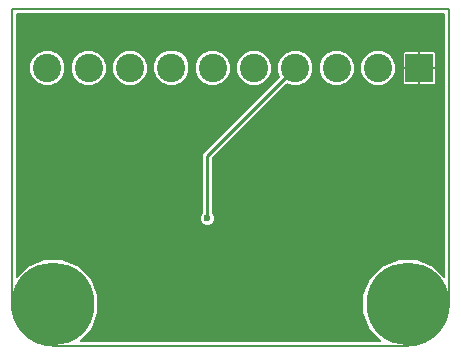
<source format=gbl>
G04 #@! TF.FileFunction,Copper,L2,Bot,Signal*
%FSLAX46Y46*%
G04 Gerber Fmt 4.6, Leading zero omitted, Abs format (unit mm)*
G04 Created by KiCad (PCBNEW 4.0.2-stable) date 21/05/2016 00:23:07*
%MOMM*%
G01*
G04 APERTURE LIST*
%ADD10C,0.100000*%
%ADD11C,0.150000*%
%ADD12C,2.400000*%
%ADD13R,2.400000X2.400000*%
%ADD14C,7.000000*%
%ADD15C,0.600000*%
%ADD16C,0.250000*%
%ADD17C,0.149860*%
G04 APERTURE END LIST*
D10*
D11*
X0Y28500000D02*
X0Y3500000D01*
X37000000Y28500000D02*
X0Y28500000D01*
X37000000Y3500000D02*
X37000000Y28500000D01*
X3500000Y0D02*
X33500000Y0D01*
X33500000Y0D02*
G75*
G03X37000000Y3500000I0J3500000D01*
G01*
X0Y3500000D02*
G75*
G03X3500000Y0I3500000J0D01*
G01*
D12*
X27500000Y23500000D03*
X31000000Y23500000D03*
X24000000Y23500000D03*
X20500000Y23500000D03*
X17000000Y23500000D03*
X13500000Y23531729D03*
D13*
X34500000Y23500000D03*
D12*
X10000000Y23500000D03*
X6500000Y23500000D03*
X3000000Y23500000D03*
D14*
X3500000Y3500000D03*
X33500000Y3500000D03*
D15*
X16558800Y10770000D03*
D16*
X16558800Y16058800D02*
X16558800Y10770000D01*
X24000000Y23500000D02*
X16558800Y16058800D01*
D17*
G36*
X36596070Y5818177D02*
X35671746Y6744116D01*
X34264963Y7328264D01*
X32741720Y7329593D01*
X31333919Y6747901D01*
X30255884Y5671746D01*
X29671736Y4264963D01*
X29670407Y2741720D01*
X30252099Y1333919D01*
X31180466Y403930D01*
X5818177Y403930D01*
X6744116Y1328254D01*
X7328264Y2735037D01*
X7329593Y4258280D01*
X6747901Y5666081D01*
X5671746Y6744116D01*
X4264963Y7328264D01*
X2741720Y7329593D01*
X1333919Y6747901D01*
X403930Y5819534D01*
X403930Y10645447D01*
X15929762Y10645447D01*
X16025309Y10414205D01*
X16202075Y10237130D01*
X16433149Y10141180D01*
X16683353Y10140962D01*
X16914595Y10236509D01*
X17091670Y10413275D01*
X17187620Y10644349D01*
X17187838Y10894553D01*
X17092291Y11125795D01*
X17012730Y11205495D01*
X17012730Y15870776D01*
X23283832Y22141878D01*
X23694543Y21971335D01*
X24302789Y21970805D01*
X24864938Y22203080D01*
X25295408Y22632800D01*
X25528665Y23194543D01*
X25528667Y23197211D01*
X25970805Y23197211D01*
X26203080Y22635062D01*
X26632800Y22204592D01*
X27194543Y21971335D01*
X27802789Y21970805D01*
X28364938Y22203080D01*
X28795408Y22632800D01*
X29028665Y23194543D01*
X29028667Y23197211D01*
X29470805Y23197211D01*
X29703080Y22635062D01*
X30132800Y22204592D01*
X30694543Y21971335D01*
X31302789Y21970805D01*
X31864938Y22203080D01*
X32295408Y22632800D01*
X32528665Y23194543D01*
X32528881Y23442533D01*
X33075210Y23442533D01*
X33075210Y22255287D01*
X33109432Y22172667D01*
X33172666Y22109432D01*
X33255286Y22075210D01*
X34442533Y22075210D01*
X34498730Y22131407D01*
X34498730Y23498730D01*
X34501270Y23498730D01*
X34501270Y22131407D01*
X34557467Y22075210D01*
X35744714Y22075210D01*
X35827334Y22109432D01*
X35890568Y22172667D01*
X35924790Y22255287D01*
X35924790Y23442533D01*
X35868593Y23498730D01*
X34501270Y23498730D01*
X34498730Y23498730D01*
X33131407Y23498730D01*
X33075210Y23442533D01*
X32528881Y23442533D01*
X32529195Y23802789D01*
X32296920Y24364938D01*
X31917807Y24744713D01*
X33075210Y24744713D01*
X33075210Y23557467D01*
X33131407Y23501270D01*
X34498730Y23501270D01*
X34498730Y24868593D01*
X34501270Y24868593D01*
X34501270Y23501270D01*
X35868593Y23501270D01*
X35924790Y23557467D01*
X35924790Y24744713D01*
X35890568Y24827333D01*
X35827334Y24890568D01*
X35744714Y24924790D01*
X34557467Y24924790D01*
X34501270Y24868593D01*
X34498730Y24868593D01*
X34442533Y24924790D01*
X33255286Y24924790D01*
X33172666Y24890568D01*
X33109432Y24827333D01*
X33075210Y24744713D01*
X31917807Y24744713D01*
X31867200Y24795408D01*
X31305457Y25028665D01*
X30697211Y25029195D01*
X30135062Y24796920D01*
X29704592Y24367200D01*
X29471335Y23805457D01*
X29470805Y23197211D01*
X29028667Y23197211D01*
X29029195Y23802789D01*
X28796920Y24364938D01*
X28367200Y24795408D01*
X27805457Y25028665D01*
X27197211Y25029195D01*
X26635062Y24796920D01*
X26204592Y24367200D01*
X25971335Y23805457D01*
X25970805Y23197211D01*
X25528667Y23197211D01*
X25529195Y23802789D01*
X25296920Y24364938D01*
X24867200Y24795408D01*
X24305457Y25028665D01*
X23697211Y25029195D01*
X23135062Y24796920D01*
X22704592Y24367200D01*
X22471335Y23805457D01*
X22470805Y23197211D01*
X22641688Y22783642D01*
X16237823Y16379777D01*
X16139423Y16232512D01*
X16139423Y16232511D01*
X16104870Y16058800D01*
X16104870Y11205527D01*
X16025930Y11126725D01*
X15929980Y10895651D01*
X15929762Y10645447D01*
X403930Y10645447D01*
X403930Y23197211D01*
X1470805Y23197211D01*
X1703080Y22635062D01*
X2132800Y22204592D01*
X2694543Y21971335D01*
X3302789Y21970805D01*
X3864938Y22203080D01*
X4295408Y22632800D01*
X4528665Y23194543D01*
X4528667Y23197211D01*
X4970805Y23197211D01*
X5203080Y22635062D01*
X5632800Y22204592D01*
X6194543Y21971335D01*
X6802789Y21970805D01*
X7364938Y22203080D01*
X7795408Y22632800D01*
X8028665Y23194543D01*
X8028667Y23197211D01*
X8470805Y23197211D01*
X8703080Y22635062D01*
X9132800Y22204592D01*
X9694543Y21971335D01*
X10302789Y21970805D01*
X10864938Y22203080D01*
X11295408Y22632800D01*
X11528665Y23194543D01*
X11528694Y23228940D01*
X11970805Y23228940D01*
X12203080Y22666791D01*
X12632800Y22236321D01*
X13194543Y22003064D01*
X13802789Y22002534D01*
X14364938Y22234809D01*
X14795408Y22664529D01*
X15016597Y23197211D01*
X15470805Y23197211D01*
X15703080Y22635062D01*
X16132800Y22204592D01*
X16694543Y21971335D01*
X17302789Y21970805D01*
X17864938Y22203080D01*
X18295408Y22632800D01*
X18528665Y23194543D01*
X18528667Y23197211D01*
X18970805Y23197211D01*
X19203080Y22635062D01*
X19632800Y22204592D01*
X20194543Y21971335D01*
X20802789Y21970805D01*
X21364938Y22203080D01*
X21795408Y22632800D01*
X22028665Y23194543D01*
X22029195Y23802789D01*
X21796920Y24364938D01*
X21367200Y24795408D01*
X20805457Y25028665D01*
X20197211Y25029195D01*
X19635062Y24796920D01*
X19204592Y24367200D01*
X18971335Y23805457D01*
X18970805Y23197211D01*
X18528667Y23197211D01*
X18529195Y23802789D01*
X18296920Y24364938D01*
X17867200Y24795408D01*
X17305457Y25028665D01*
X16697211Y25029195D01*
X16135062Y24796920D01*
X15704592Y24367200D01*
X15471335Y23805457D01*
X15470805Y23197211D01*
X15016597Y23197211D01*
X15028665Y23226272D01*
X15029195Y23834518D01*
X14796920Y24396667D01*
X14367200Y24827137D01*
X13805457Y25060394D01*
X13197211Y25060924D01*
X12635062Y24828649D01*
X12204592Y24398929D01*
X11971335Y23837186D01*
X11970805Y23228940D01*
X11528694Y23228940D01*
X11529195Y23802789D01*
X11296920Y24364938D01*
X10867200Y24795408D01*
X10305457Y25028665D01*
X9697211Y25029195D01*
X9135062Y24796920D01*
X8704592Y24367200D01*
X8471335Y23805457D01*
X8470805Y23197211D01*
X8028667Y23197211D01*
X8029195Y23802789D01*
X7796920Y24364938D01*
X7367200Y24795408D01*
X6805457Y25028665D01*
X6197211Y25029195D01*
X5635062Y24796920D01*
X5204592Y24367200D01*
X4971335Y23805457D01*
X4970805Y23197211D01*
X4528667Y23197211D01*
X4529195Y23802789D01*
X4296920Y24364938D01*
X3867200Y24795408D01*
X3305457Y25028665D01*
X2697211Y25029195D01*
X2135062Y24796920D01*
X1704592Y24367200D01*
X1471335Y23805457D01*
X1470805Y23197211D01*
X403930Y23197211D01*
X403930Y28096070D01*
X36596070Y28096070D01*
X36596070Y5818177D01*
X36596070Y5818177D01*
G37*
X36596070Y5818177D02*
X35671746Y6744116D01*
X34264963Y7328264D01*
X32741720Y7329593D01*
X31333919Y6747901D01*
X30255884Y5671746D01*
X29671736Y4264963D01*
X29670407Y2741720D01*
X30252099Y1333919D01*
X31180466Y403930D01*
X5818177Y403930D01*
X6744116Y1328254D01*
X7328264Y2735037D01*
X7329593Y4258280D01*
X6747901Y5666081D01*
X5671746Y6744116D01*
X4264963Y7328264D01*
X2741720Y7329593D01*
X1333919Y6747901D01*
X403930Y5819534D01*
X403930Y10645447D01*
X15929762Y10645447D01*
X16025309Y10414205D01*
X16202075Y10237130D01*
X16433149Y10141180D01*
X16683353Y10140962D01*
X16914595Y10236509D01*
X17091670Y10413275D01*
X17187620Y10644349D01*
X17187838Y10894553D01*
X17092291Y11125795D01*
X17012730Y11205495D01*
X17012730Y15870776D01*
X23283832Y22141878D01*
X23694543Y21971335D01*
X24302789Y21970805D01*
X24864938Y22203080D01*
X25295408Y22632800D01*
X25528665Y23194543D01*
X25528667Y23197211D01*
X25970805Y23197211D01*
X26203080Y22635062D01*
X26632800Y22204592D01*
X27194543Y21971335D01*
X27802789Y21970805D01*
X28364938Y22203080D01*
X28795408Y22632800D01*
X29028665Y23194543D01*
X29028667Y23197211D01*
X29470805Y23197211D01*
X29703080Y22635062D01*
X30132800Y22204592D01*
X30694543Y21971335D01*
X31302789Y21970805D01*
X31864938Y22203080D01*
X32295408Y22632800D01*
X32528665Y23194543D01*
X32528881Y23442533D01*
X33075210Y23442533D01*
X33075210Y22255287D01*
X33109432Y22172667D01*
X33172666Y22109432D01*
X33255286Y22075210D01*
X34442533Y22075210D01*
X34498730Y22131407D01*
X34498730Y23498730D01*
X34501270Y23498730D01*
X34501270Y22131407D01*
X34557467Y22075210D01*
X35744714Y22075210D01*
X35827334Y22109432D01*
X35890568Y22172667D01*
X35924790Y22255287D01*
X35924790Y23442533D01*
X35868593Y23498730D01*
X34501270Y23498730D01*
X34498730Y23498730D01*
X33131407Y23498730D01*
X33075210Y23442533D01*
X32528881Y23442533D01*
X32529195Y23802789D01*
X32296920Y24364938D01*
X31917807Y24744713D01*
X33075210Y24744713D01*
X33075210Y23557467D01*
X33131407Y23501270D01*
X34498730Y23501270D01*
X34498730Y24868593D01*
X34501270Y24868593D01*
X34501270Y23501270D01*
X35868593Y23501270D01*
X35924790Y23557467D01*
X35924790Y24744713D01*
X35890568Y24827333D01*
X35827334Y24890568D01*
X35744714Y24924790D01*
X34557467Y24924790D01*
X34501270Y24868593D01*
X34498730Y24868593D01*
X34442533Y24924790D01*
X33255286Y24924790D01*
X33172666Y24890568D01*
X33109432Y24827333D01*
X33075210Y24744713D01*
X31917807Y24744713D01*
X31867200Y24795408D01*
X31305457Y25028665D01*
X30697211Y25029195D01*
X30135062Y24796920D01*
X29704592Y24367200D01*
X29471335Y23805457D01*
X29470805Y23197211D01*
X29028667Y23197211D01*
X29029195Y23802789D01*
X28796920Y24364938D01*
X28367200Y24795408D01*
X27805457Y25028665D01*
X27197211Y25029195D01*
X26635062Y24796920D01*
X26204592Y24367200D01*
X25971335Y23805457D01*
X25970805Y23197211D01*
X25528667Y23197211D01*
X25529195Y23802789D01*
X25296920Y24364938D01*
X24867200Y24795408D01*
X24305457Y25028665D01*
X23697211Y25029195D01*
X23135062Y24796920D01*
X22704592Y24367200D01*
X22471335Y23805457D01*
X22470805Y23197211D01*
X22641688Y22783642D01*
X16237823Y16379777D01*
X16139423Y16232512D01*
X16139423Y16232511D01*
X16104870Y16058800D01*
X16104870Y11205527D01*
X16025930Y11126725D01*
X15929980Y10895651D01*
X15929762Y10645447D01*
X403930Y10645447D01*
X403930Y23197211D01*
X1470805Y23197211D01*
X1703080Y22635062D01*
X2132800Y22204592D01*
X2694543Y21971335D01*
X3302789Y21970805D01*
X3864938Y22203080D01*
X4295408Y22632800D01*
X4528665Y23194543D01*
X4528667Y23197211D01*
X4970805Y23197211D01*
X5203080Y22635062D01*
X5632800Y22204592D01*
X6194543Y21971335D01*
X6802789Y21970805D01*
X7364938Y22203080D01*
X7795408Y22632800D01*
X8028665Y23194543D01*
X8028667Y23197211D01*
X8470805Y23197211D01*
X8703080Y22635062D01*
X9132800Y22204592D01*
X9694543Y21971335D01*
X10302789Y21970805D01*
X10864938Y22203080D01*
X11295408Y22632800D01*
X11528665Y23194543D01*
X11528694Y23228940D01*
X11970805Y23228940D01*
X12203080Y22666791D01*
X12632800Y22236321D01*
X13194543Y22003064D01*
X13802789Y22002534D01*
X14364938Y22234809D01*
X14795408Y22664529D01*
X15016597Y23197211D01*
X15470805Y23197211D01*
X15703080Y22635062D01*
X16132800Y22204592D01*
X16694543Y21971335D01*
X17302789Y21970805D01*
X17864938Y22203080D01*
X18295408Y22632800D01*
X18528665Y23194543D01*
X18528667Y23197211D01*
X18970805Y23197211D01*
X19203080Y22635062D01*
X19632800Y22204592D01*
X20194543Y21971335D01*
X20802789Y21970805D01*
X21364938Y22203080D01*
X21795408Y22632800D01*
X22028665Y23194543D01*
X22029195Y23802789D01*
X21796920Y24364938D01*
X21367200Y24795408D01*
X20805457Y25028665D01*
X20197211Y25029195D01*
X19635062Y24796920D01*
X19204592Y24367200D01*
X18971335Y23805457D01*
X18970805Y23197211D01*
X18528667Y23197211D01*
X18529195Y23802789D01*
X18296920Y24364938D01*
X17867200Y24795408D01*
X17305457Y25028665D01*
X16697211Y25029195D01*
X16135062Y24796920D01*
X15704592Y24367200D01*
X15471335Y23805457D01*
X15470805Y23197211D01*
X15016597Y23197211D01*
X15028665Y23226272D01*
X15029195Y23834518D01*
X14796920Y24396667D01*
X14367200Y24827137D01*
X13805457Y25060394D01*
X13197211Y25060924D01*
X12635062Y24828649D01*
X12204592Y24398929D01*
X11971335Y23837186D01*
X11970805Y23228940D01*
X11528694Y23228940D01*
X11529195Y23802789D01*
X11296920Y24364938D01*
X10867200Y24795408D01*
X10305457Y25028665D01*
X9697211Y25029195D01*
X9135062Y24796920D01*
X8704592Y24367200D01*
X8471335Y23805457D01*
X8470805Y23197211D01*
X8028667Y23197211D01*
X8029195Y23802789D01*
X7796920Y24364938D01*
X7367200Y24795408D01*
X6805457Y25028665D01*
X6197211Y25029195D01*
X5635062Y24796920D01*
X5204592Y24367200D01*
X4971335Y23805457D01*
X4970805Y23197211D01*
X4528667Y23197211D01*
X4529195Y23802789D01*
X4296920Y24364938D01*
X3867200Y24795408D01*
X3305457Y25028665D01*
X2697211Y25029195D01*
X2135062Y24796920D01*
X1704592Y24367200D01*
X1471335Y23805457D01*
X1470805Y23197211D01*
X403930Y23197211D01*
X403930Y28096070D01*
X36596070Y28096070D01*
X36596070Y5818177D01*
M02*

</source>
